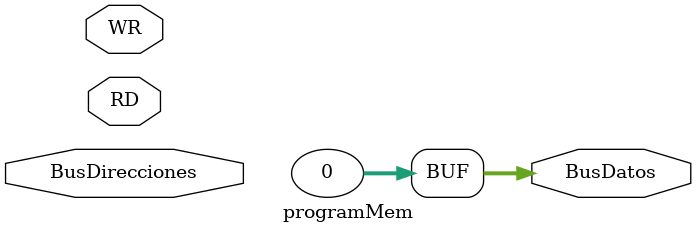
<source format=v>
module programMem #(parameter DATAWIDTH_BUS = 32)(
// ------------- Inputs ---------------
   RD,
	WR,
	BusDirecciones,
 
// ------------ Outputs ---------------
 
	BusDatos
);
 
//=======================================================
//  PARAMETER declarations
//=======================================================
 
 
//=======================================================
//  PORT declarations
//=======================================================
input RD;
input WR;
input [DATAWIDTH_BUS-1:0] BusDirecciones; 
output reg [DATAWIDTH_BUS-1:0] BusDatos; 
 
 
//=======================================================
//  REG/WIRE declarations
//=======================================================
 
reg [DATAWIDTH_BUS-1:0] BusMemoria;
 
//=======================================================
//  Structural coding
//=======================================================
 always @(*)
 begin
 if (RD==0)
		BusMemoria <= 32'b00000000000000000000000000000000;
	else
		BusMemoria <= BusDirecciones; 
	case (BusMemoria)
	32'b0000000000000000000100000000000: BusDatos=32'b10000010100000000010000000000001;
	32'b0000000000000000000100000000001: BusDatos=32'b10000100100000000010000000000001;
	32'b0000000000000000000100000000010: BusDatos=32'b10000110100000000010000000000000;
	32'b0000000000000000000100000000011: BusDatos=32'b10001000100000000011111111110110;
	32'b0000000000000000000100000000100: BusDatos=32'b10000010100000001000000000000011;
	32'b0000000000000000000100000000101: BusDatos=32'b10000110100000001000000000000000;
	32'b0000000000000000000100000000110: BusDatos=32'b10000100100000000100000000000000;
	32'b0000000000000000000100000000111: BusDatos=32'b00001100101111111111111111111100;
	32'b0000000000000000000100000001000: BusDatos=32'b10000010100000001110000000000000;
	32'b0000000000000000000100000001001: BusDatos=32'b10000110101100001100000000000011;
	32'b0000000000000000000100000001010: BusDatos=32'b10000110100000001100000000000010;
	32'b0000000000000000000100000001011: BusDatos=32'b00000010100000000000000000000011;
	32'b0000000000000000000100000001100: BusDatos=32'b10000100100000000110000000000000;
	32'b0000000000000000000100000001101: BusDatos=32'b00010000101111111111111111111011;
	32'b0000000000000000000100000001110: BusDatos=32'b00000000000000000000000000000000;
	default: BusDatos=32'b00000000000000000000000000000000;
	endcase
end
endmodule

</source>
